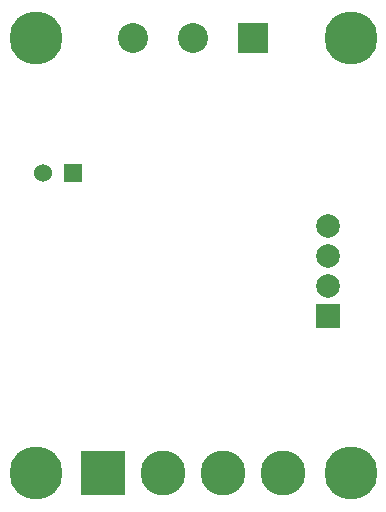
<source format=gbs>
G04 (created by PCBNEW (2013-may-18)-stable) date Tue 02 Jun 2015 08:22:16 PM CEST*
%MOIN*%
G04 Gerber Fmt 3.4, Leading zero omitted, Abs format*
%FSLAX34Y34*%
G01*
G70*
G90*
G04 APERTURE LIST*
%ADD10C,0.00590551*%
%ADD11R,0.06X0.06*%
%ADD12C,0.06*%
%ADD13C,0.15*%
%ADD14R,0.15X0.15*%
%ADD15R,0.1X0.1*%
%ADD16C,0.1*%
%ADD17C,0.177165*%
%ADD18R,0.0787402X0.0787402*%
%ADD19C,0.0787402*%
G04 APERTURE END LIST*
G54D10*
G54D11*
X12000Y-17500D03*
G54D12*
X11000Y-17500D03*
G54D13*
X15000Y-27500D03*
X17000Y-27500D03*
G54D14*
X13000Y-27500D03*
G54D13*
X19000Y-27500D03*
G54D15*
X18000Y-13000D03*
G54D16*
X16000Y-13000D03*
X14000Y-13000D03*
G54D17*
X21250Y-27500D03*
X10750Y-27500D03*
X21250Y-13000D03*
X10750Y-13000D03*
G54D18*
X20500Y-22250D03*
G54D19*
X20500Y-21250D03*
X20500Y-20250D03*
X20500Y-19250D03*
M02*

</source>
